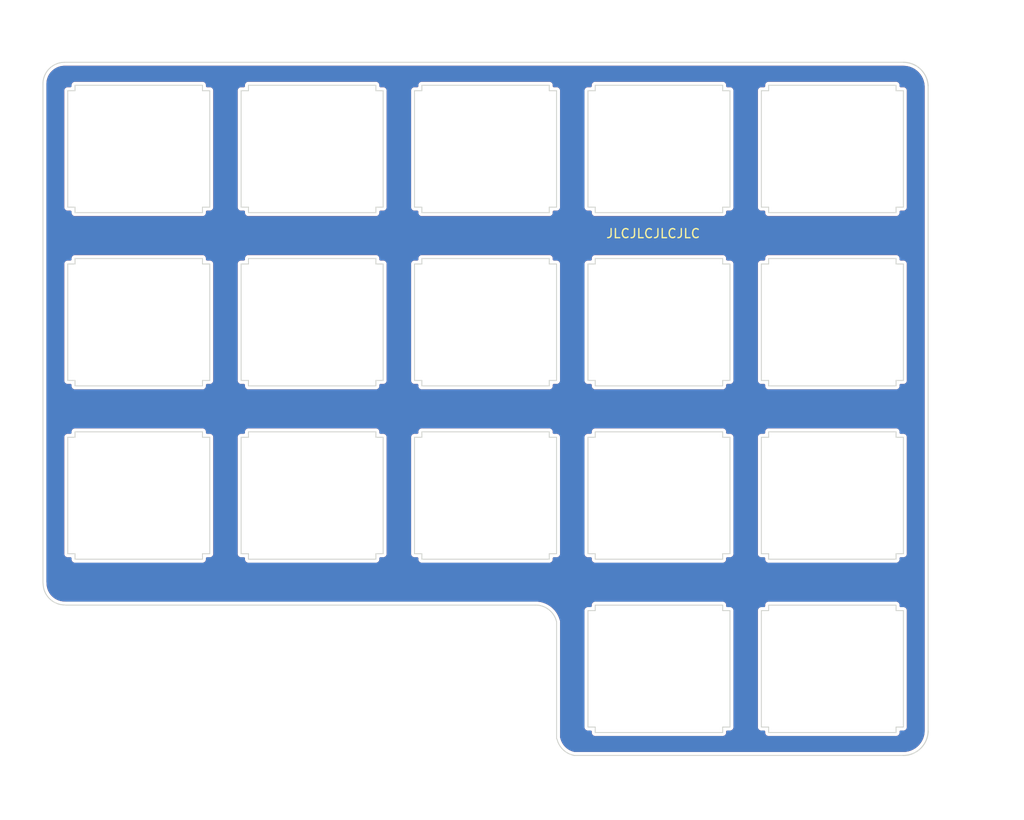
<source format=kicad_pcb>
(kicad_pcb (version 20211014) (generator pcbnew)
  (layers (0 "F.Cu" signal) (31 "B.Cu" signal) (34 "B.Paste" user) (35 "F.Paste" user) (36 "B.SilkS" user "B.Silkscreen") (37 "F.SilkS" user "F.Silkscreen") (38 "B.Mask" user) (39 "F.Mask" user) (44 "Edge.Cuts" user))
  (net 0 "")
  (net 1 "GND")
  (footprint "locallib:Outline" (layer "F.Cu") (at 151.003 105.41)
    (fp_text reference "p1")
    (fp_text value "Plate")
    (fp_line (start 42.6897 -21.35) (end 42.6897 -21.9493) (layer "Edge.Cuts") (width 0.1))
    (fp_line (start -29.2603 -34.7499) (end -29.2603 -21.9493) (layer "Edge.Cuts") (width 0.1))
    (fp_line (start 43.4891 22.4001) (end 42.6897 22.4001) (layer "Edge.Cuts") (width 0.1))
    (fp_line (start 28.6904 2.7507) (end 28.6904 3.3501) (layer "Edge.Cuts") (width 0.1))
    (fp_line (start 7.383815 38.327708) (end 7.200535 38.291879) (layer "Edge.Cuts") (width 0.1))
    (fp_line (start 5.33832 23.431557) (end 5.389308 23.612077) (layer "Edge.Cuts") (width 0.1))
    (fp_line (start 8.8396 -15.6999) (end 8.8396 -2.8993) (layer "Edge.Cuts") (width 0.1))
    (fp_line (start -49.89921 -37.5238) (end -49.7366 -37.6148) (layer "Edge.Cuts") (width 0.1))
    (fp_line (start -28.4597 2.7507) (end -28.4597 3.3501) (layer "Edge.Cuts") (width 0.1))
    (fp_line (start 5.0007 22.768717) (end 5.104053 22.924437) (layer "Edge.Cuts") (width 0.1))
    (fp_line (start -48.65484 -37.8751) (end 43.4891 -37.8751) (layer "Edge.Cuts") (width 0.1))
    (fp_line (start -50.05355 -37.4204) (end -49.89921 -37.5238) (layer "Edge.Cuts") (width 0.1))
    (fp_line (start -49.56573 -37.6935) (end -49.39071 -37.758) (layer "Edge.Cuts") (width 0.1))
    (fp_line (start -28.4597 -35.3493) (end -28.4597 -34.7499) (layer "Edge.Cuts") (width 0.1))
    (fp_line (start 6.358555 37.901892) (end 6.211102 37.786139) (layer "Edge.Cuts") (width 0.1))
    (fp_line (start 42.6897 -21.9493) (end 43.4891 -21.9493) (layer "Edge.Cuts") (width 0.1))
    (fp_line (start -29.2603 16.1507) (end -28.4597 16.1507) (layer "Edge.Cuts") (width 0.1))
    (fp_line (start 46.213485 -35.3493) (end 46.213485 35.80013) (layer "Edge.Cuts") (width 0.1))
    (fp_line (start -14.4603 16.7501) (end -14.4603 16.1507) (layer "Edge.Cuts") (width 0.1))
    (fp_line (start -9.4096 2.7507) (end -9.4096 3.3501) (layer "Edge.Cuts") (width 0.1))
    (fp_line (start -13.6595 -2.8993) (end -13.6595 -15.6999) (layer "Edge.Cuts") (width 0.1))
    (fp_line (start 28.6904 16.7501) (end 42.6897 16.7501) (layer "Edge.Cuts") (width 0.1))
    (fp_line (start 42.6897 35.20068) (end 43.4891 35.20068) (layer "Edge.Cuts") (width 0.1))
    (fp_line (start -48.824587 21.772648) (end -49.010627 21.750599) (layer "Edge.Cuts") (width 0.1))
    (fp_line (start 28.6904 -2.3) (end 42.6897 -2.3) (layer "Edge.Cuts") (width 0.1))
    (fp_line (start -50.337429 -37.1766) (end -50.201003 -37.3047) (layer "Edge.Cuts") (width 0.1))
    (fp_line (start 5.3905 -15.6999) (end 4.5897 -15.6999) (layer "Edge.Cuts") (width 0.1))
    (fp_line (start -49.39071 -37.758) (end -49.21157 -37.8092) (layer "Edge.Cuts") (width 0.1))
    (fp_line (start -50.58134 -36.8927) (end -50.465586 -37.0401) (layer "Edge.Cuts") (width 0.1))
    (fp_line (start -14.4603 -2.8993) (end -13.6595 -2.8993) (layer "Edge.Cuts") (width 0.1))
    (fp_line (start -28.4597 -21.35) (end -14.4603 -21.35) (layer "Edge.Cuts") (width 0.1))
    (fp_line (start 23.6397 -35.3493) (end 9.6404 -35.3493) (layer "Edge.Cuts") (width 0.1))
    (fp_line (start -49.373047 21.663782) (end -49.548067 21.597637) (layer "Edge.Cuts") (width 0.1))
    (fp_line (start -49.010627 21.750599) (end -49.193907 21.71477) (layer "Edge.Cuts") (width 0.1))
    (fp_line (start 23.6397 35.20068) (end 24.4405 35.20068) (layer "Edge.Cuts") (width 0.1))
    (fp_line (start 23.6397 16.7501) (end 23.6397 16.1507) (layer "Edge.Cuts") (width 0.1))
    (fp_line (start 9.6404 -21.35) (end 23.6397 -21.35) (layer "Edge.Cuts") (width 0.1))
    (fp_line (start 9.6404 2.7507) (end 9.6404 3.3501) (layer "Edge.Cuts") (width 0.1))
    (fp_line (start 3.26161 21.794443) (end 3.44765 21.816492) (layer "Edge.Cuts") (width 0.1))
    (fp_line (start -47.5097 3.3501) (end -48.31033 3.3501) (layer "Edge.Cuts") (width 0.1))
    (fp_line (start 3.98509 21.969454) (end 4.15596 22.046625) (layer "Edge.Cuts") (width 0.1))
    (fp_line (start -9.4096 -34.7499) (end -10.2104 -34.7499) (layer "Edge.Cuts") (width 0.1))
    (fp_line (start 5.273552 23.256547) (end 5.33832 23.431557) (layer "Edge.Cuts") (width 0.1))
    (fp_line (start -49.7366 -37.6148) (end -49.56573 -37.6935) (layer "Edge.Cuts") (width 0.1))
    (fp_line (start 23.6397 35.80013) (end 23.6397 35.20068) (layer "Edge.Cuts") (width 0.1))
    (fp_line (start 4.5897 -21.9493) (end 5.3905 -21.9493) (layer "Edge.Cuts") (width 0.1))
    (fp_line (start 6.074676 37.659358) (end 5.946519 37.522935) (layer "Edge.Cuts") (width 0.1))
    (fp_line (start 5.830765 37.375483) (end 5.727412 37.219763) (layer "Edge.Cuts") (width 0.1))
    (fp_line (start -9.4096 -2.8993) (end -9.4096 -2.3) (layer "Edge.Cuts") (width 0.1))
    (fp_line (start 4.47291 22.242308) (end 4.620363 22.358061) (layer "Edge.Cuts") (width 0.1))
    (fp_line (start 28.6904 -15.6999) (end 27.8896 -15.6999) (layer "Edge.Cuts") (width 0.1))
    (fp_line (start 8.8396 -34.7499) (end 8.8396 -21.9493) (layer "Edge.Cuts") (width 0.1))
    (fp_line (start 27.8896 -2.8993) (end 28.6904 -2.8993) (layer "Edge.Cuts") (width 0.1))
    (fp_line (start 42.6897 35.80013) (end 42.6897 35.20068) (layer "Edge.Cuts") (width 0.1))
    (fp_line (start -13.6595 -34.7499) (end -14.4603 -34.7499) (layer "Edge.Cuts") (width 0.1))
    (fp_line (start 4.5897 -2.3) (end 4.5897 -2.8993) (layer "Edge.Cuts") (width 0.1))
    (fp_line (start -28.4597 -34.7499) (end -29.2603 -34.7499) (layer "Edge.Cuts") (width 0.1))
    (fp_line (start 4.884946 22.621265) (end 5.0007 22.768717) (layer "Edge.Cuts") (width 0.1))
    (fp_line (start -14.4603 -21.9493) (end -13.6595 -21.9493) (layer "Edge.Cuts") (width 0.1))
    (fp_line (start 28.6904 22.4001) (end 27.8896 22.4001) (layer "Edge.Cuts") (width 0.1))
    (fp_line (start 24.4405 -34.7499) (end 23.6397 -34.7499) (layer "Edge.Cuts") (width 0.1))
    (fp_line (start -10.2104 -15.6999) (end -10.2104 -2.8993) (layer "Edge.Cuts") (width 0.1))
    (fp_line (start -50.18334 21.20903) (end -50.319766 21.082249) (layer "Edge.Cuts") (width 0.1))
    (fp_line (start 23.6397 -2.3) (end 23.6397 -2.8993) (layer "Edge.Cuts") (width 0.1))
    (fp_line (start -9.4096 -35.3493) (end -9.4096 -34.7499) (layer "Edge.Cuts") (width 0.1))
    (fp_line (start 9.6404 3.3501) (end 8.8396 3.3501) (layer "Edge.Cuts") (width 0.1))
    (fp_line (start 8.8396 16.1507) (end 9.6404 16.1507) (layer "Edge.Cuts") (width 0.1))
    (fp_line (start 4.5897 16.7501) (end 4.5897 16.1507) (layer "Edge.Cuts") (width 0.1))
    (fp_line (start -33.5102 -15.6999) (end -33.5102 -16.2993) (layer "Edge.Cuts") (width 0.1))
    (fp_line (start 42.6897 -35.3493) (end 28.6904 -35.3493) (layer "Edge.Cuts") (width 0.1))
    (fp_line (start -32.7096 3.3501) (end -33.5102 3.3501) (layer "Edge.Cuts") (width 0.1))
    (fp_line (start -50.91896 -36.2298) (end -50.854192 -36.4051) (layer "Edge.Cuts") (width 0.1))
    (fp_line (start -47.5097 -34.7499) (end -48.31033 -34.7499) (layer "Edge.Cuts") (width 0.1))
    (fp_line (start -50.988113 19.771734) (end -51.010162 19.585704) (layer "Edge.Cuts") (width 0.1))
    (fp_line (start -29.2603 -2.8993) (end -28.4597 -2.8993) (layer "Edge.Cuts") (width 0.1))
    (fp_line (start -28.4597 16.1507) (end -28.4597 16.7501) (layer "Edge.Cuts") (width 0.1))
    (fp_line (start 27.8896 35.20068) (end 28.6904 35.20068) (layer "Edge.Cuts") (width 0.1))
    (fp_line (start 9.6404 -15.6999) (end 8.8396 -15.6999) (layer "Edge.Cuts") (width 0.1))
    (fp_line (start 43.4891 -2.8993) (end 43.4891 -15.6999) (layer "Edge.Cuts") (width 0.1))
    (fp_line (start 4.756789 22.484842) (end 4.884946 22.621265) (layer "Edge.Cuts") (width 0.1))
    (fp_line (start 28.6904 -21.35) (end 42.6897 -21.35) (layer "Edge.Cuts") (width 0.1))
    (fp_line (start -9.4096 -21.35) (end 4.5897 -21.35) (layer "Edge.Cuts") (width 0.1))
    (fp_line (start -14.4603 -15.6999) (end -14.4603 -16.2993) (layer "Edge.Cuts") (width 0.1))
    (fp_line (start 5.195003 23.087047) (end 5.273552 23.256547) (layer "Edge.Cuts") (width 0.1))
    (fp_line (start 43.4891 3.3501) (end 42.6897 3.3501) (layer "Edge.Cuts") (width 0.1))
    (fp_line (start -48.31033 -15.6999) (end -48.31033 -2.8993) (layer "Edge.Cuts") (width 0.1))
    (fp_line (start -51.034715 -35.4939) (end -51.027825 -35.6816) (layer "Edge.Cuts") (width 0.1))
    (fp_line (start -29.2603 3.3501) (end -29.2603 16.1507) (layer "Edge.Cuts") (width 0.1))
    (fp_line (start 43.4891 -34.7499) (end 42.6897 -34.7499) (layer "Edge.Cuts") (width 0.1))
    (fp_line (start 42.6897 3.3501) (end 42.6897 2.7507) (layer "Edge.Cuts") (width 0.1))
    (fp_line (start 7.021395 38.240891) (end 6.846375 38.174746) (layer "Edge.Cuts") (width 0.1))
    (fp_line (start 5.3905 -34.7499) (end 4.5897 -34.7499) (layer "Edge.Cuts") (width 0.1))
    (fp_line (start 7.200535 38.291879) (end 7.021395 38.240891) (layer "Edge.Cuts") (width 0.1))
    (fp_line (start -33.5102 3.3501) (end -33.5102 2.7507) (layer "Edge.Cuts") (width 0.1))
    (fp_line (start 24.4405 35.20068) (end 24.4405 22.4001) (layer "Edge.Cuts") (width 0.1))
    (fp_line (start 4.5897 -34.7499) (end 4.5897 -35.3493) (layer "Edge.Cuts") (width 0.1))
    (fp_line (start 42.6897 2.7507) (end 28.6904 2.7507) (layer "Edge.Cuts") (width 0.1))
    (fp_line (start -50.969948 -36.0509) (end -50.91896 -36.2298) (layer "Edge.Cuts") (width 0.1))
    (fp_line (start -51.027825 -35.6816) (end -51.005776 -35.8675) (layer "Edge.Cuts") (width 0.1))
    (fp_line (start -14.4603 -21.35) (end -14.4603 -21.9493) (layer "Edge.Cuts") (width 0.1))
    (fp_line (start 43.4891 38.3221) (end 7.2742 38.3221) (layer "Edge.Cuts") (width 0.1))
    (fp_line (start 24.4405 3.3501) (end 23.6397 3.3501) (layer "Edge.Cuts") (width 0.1))
    (fp_line (start -49.548067 21.597637) (end -49.718937 21.520466) (layer "Edge.Cuts") (width 0.1))
    (fp_line (start -33.5102 -21.9493) (end -32.7096 -21.9493) (layer "Edge.Cuts") (width 0.1))
    (fp_line (start -13.6595 16.1507) (end -13.6595 3.3501) (layer "Edge.Cuts") (width 0.1))
    (fp_line (start 42.6897 -2.3) (end 42.6897 -2.8993) (layer "Edge.Cuts") (width 0.1))
    (fp_line (start 43.4891 16.1507) (end 43.4891 3.3501) (layer "Edge.Cuts") (width 0.1))
    (fp_line (start -47.5097 -16.2993) (end -47.5097 -15.6999) (layer "Edge.Cuts") (width 0.1))
    (fp_line (start 4.5897 3.3501) (end 4.5897 2.7507) (layer "Edge.Cuts") (width 0.1))
    (fp_line (start 9.6404 -21.9493) (end 9.6404 -21.35) (layer "Edge.Cuts") (width 0.1))
    (fp_line (start -49.21157 -37.8092) (end -49.02829 -37.8452) (layer "Edge.Cuts") (width 0.1))
    (fp_line (start 5.3942 36.4921) (end 5.3942 23.6021) (layer "Edge.Cuts") (width 0.1))
    (fp_line (start 23.6397 -2.8993) (end 24.4405 -2.8993) (layer "Edge.Cuts") (width 0.1))
    (fp_line (start -29.2603 -15.6999) (end -29.2603 -2.8993) (layer "Edge.Cuts") (width 0.1))
    (fp_line (start -13.6595 3.3501) (end -14.4603 3.3501) (layer "Edge.Cuts") (width 0.1))
    (fp_line (start 9.6404 35.20068) (end 9.6404 35.80013) (layer "Edge.Cuts") (width 0.1))
    (fp_line (start 4.5897 -35.3493) (end -9.4096 -35.3493) (layer "Edge.Cuts") (width 0.1))
    (fp_line (start 5.3905 16.1507) (end 5.3905 3.3501) (layer "Edge.Cuts") (width 0.1))
    (fp_line (start -33.5102 -16.2993) (end -47.5097 -16.2993) (layer "Edge.Cuts") (width 0.1))
    (fp_line (start -33.5102 -21.35) (end -33.5102 -21.9493) (layer "Edge.Cuts") (width 0.1))
    (fp_line (start 5.557913 36.887653) (end 5.493145 36.712643) (layer "Edge.Cuts") (width 0.1))
    (fp_line (start 5.3905 -2.8993) (end 5.3905 -15.6999) (layer "Edge.Cuts") (width 0.1))
    (fp_line (start -50.836529 20.310544) (end -50.901297 20.135534) (layer "Edge.Cuts") (width 0.1))
    (fp_line (start 5.3905 -21.9493) (end 5.3905 -34.7499) (layer "Edge.Cuts") (width 0.1))
    (fp_line (start 28.6904 -35.3493) (end 28.6904 -34.7499) (layer "Edge.Cuts") (width 0.1))
    (fp_line (start 9.6404 16.1507) (end 9.6404 16.7501) (layer "Edge.Cuts") (width 0.1))
    (fp_line (start 23.6397 -21.35) (end 23.6397 -21.9493) (layer "Edge.Cuts") (width 0.1))
    (fp_line (start -9.4096 -2.3) (end 4.5897 -2.3) (layer "Edge.Cuts") (width 0.1))
    (fp_line (start -47.5097 16.1507) (end -47.5097 16.7501) (layer "Edge.Cuts") (width 0.1))
    (fp_line (start 24.4405 16.1507) (end 24.4405 3.3501) (layer "Edge.Cuts") (width 0.1))
    (fp_line (start 8.8396 22.4001) (end 8.8396 35.20068) (layer "Edge.Cuts") (width 0.1))
    (fp_line (start 6.512895 38.006625) (end 6.358555 37.901892) (layer "Edge.Cuts") (width 0.1))
    (fp_line (start 23.6397 21.8006) (end 9.6404 21.8006) (layer "Edge.Cuts") (width 0.1))
    (fp_line (start -50.035887 21.324783) (end -50.18334 21.20903) (layer "Edge.Cuts") (width 0.1))
    (fp_line (start -32.7096 -2.8993) (end -32.7096 -15.6999) (layer "Edge.Cuts") (width 0.1))
    (fp_line (start -33.5102 -34.7499) (end -33.5102 -35.3493) (layer "Edge.Cuts") (width 0.1))
    (fp_line (start -32.7096 -21.9493) (end -32.7096 -34.7499) (layer "Edge.Cuts") (width 0.1))
    (fp_line (start 23.6397 -21.9493) (end 24.4405 -21.9493) (layer "Edge.Cuts") (width 0.1))
    (fp_line (start 9.6404 -2.8993) (end 9.6404 -2.3) (layer "Edge.Cuts") (width 0.1))
    (fp_line (start -28.4597 -2.3) (end -14.4603 -2.3) (layer "Edge.Cuts") (width 0.1))
    (fp_line (start -9.4096 -16.2993) (end -9.4096 -15.6999) (layer "Edge.Cuts") (width 0.1))
    (fp_line (start 42.6897 22.4001) (end 42.6897 21.8006) (layer "Edge.Cuts") (width 0.1))
    (fp_line (start 3.63093 21.852321) (end 3.81007 21.903309) (layer "Edge.Cuts") (width 0.1))
    (fp_line (start 28.6904 -2.8993) (end 28.6904 -2.3) (layer "Edge.Cuts") (width 0.1))
    (fp_line (start -14.4603 -35.3493) (end -28.4597 -35.3493) (layer "Edge.Cuts") (width 0.1))
    (fp_line (start 27.8896 -15.6999) (end 27.8896 -2.8993) (layer "Edge.Cuts") (width 0.1))
    (fp_line (start -50.854192 -36.4051) (end -50.775643 -36.5759) (layer "Edge.Cuts") (width 0.1))
    (fp_line (start 8.8396 -2.8993) (end 9.6404 -2.8993) (layer "Edge.Cuts") (width 0.1))
    (fp_line (start -47.5097 -2.8993) (end -47.5097 -2.3) (layer "Edge.Cuts") (width 0.1))
    (fp_line (start 28.6904 21.8006) (end 28.6904 22.4001) (layer "Edge.Cuts") (width 0.1))
    (fp_line (start 23.6397 -34.7499) (end 23.6397 -35.3493) (layer "Edge.Cuts") (width 0.1))
    (fp_line (start -50.319766 21.082249) (end -50.447923 20.945826) (layer "Edge.Cuts") (width 0.1))
    (fp_line (start -48.31033 16.1507) (end -47.5097 16.1507) (layer "Edge.Cuts") (width 0.1))
    (fp_line (start 9.6404 22.4001) (end 8.8396 22.4001) (layer "Edge.Cuts") (width 0.1))
    (fp_line (start -32.7096 -15.6999) (end -33.5102 -15.6999) (layer "Edge.Cuts") (width 0.1))
    (fp_line (start 28.6904 -21.9493) (end 28.6904 -21.35) (layer "Edge.Cuts") (width 0.1))
    (fp_line (start 9.6404 -34.7499) (end 8.8396 -34.7499) (layer "Edge.Cuts") (width 0.1))
    (fp_line (start -9.4096 3.3501) (end -10.2104 3.3501) (layer "Edge.Cuts") (width 0.1))
    (fp_line (start -50.465586 -37.0401) (end -50.337429 -37.1766) (layer "Edge.Cuts") (width 0.1))
    (fp_line (start -9.4096 16.7501) (end 4.5897 16.7501) (layer "Edge.Cuts") (width 0.1))
    (fp_line (start -28.4597 3.3501) (end -29.2603 3.3501) (layer "Edge.Cuts") (width 0.1))
    (fp_line (start -47.5097 -35.3493) (end -47.5097 -34.7499) (layer "Edge.Cuts") (width 0.1))
    (fp_line (start 4.5897 -2.8993) (end 5.3905 -2.8993) (layer "Edge.Cuts") (width 0.1))
    (fp_line (start 9.6404 -35.3493) (end 9.6404 -34.7499) (layer "Edge.Cuts") (width 0.1))
    (fp_line (start 28.6904 35.20068) (end 28.6904 35.80013) (layer "Edge.Cuts") (width 0.1))
    (fp_line (start -29.2603 -21.9493) (end -28.4597 -21.9493) (layer "Edge.Cuts") (width 0.1))
    (fp_line (start -10.2104 16.1507) (end -9.4096 16.1507) (layer "Edge.Cuts") (width 0.1))
    (fp_line (start 23.6397 22.4001) (end 23.6397 21.8006) (layer "Edge.Cuts") (width 0.1))
    (fp_line (start 28.6904 16.1507) (end 28.6904 16.7501) (layer "Edge.Cuts") (width 0.1))
    (fp_line (start 6.675505 38.097575) (end 6.512895 38.006625) (layer "Edge.Cuts") (width 0.1))
    (fp_line (start -49.718937 21.520466) (end -49.881547 21.429516) (layer "Edge.Cuts") (width 0.1))
    (fp_line (start -14.4603 -34.7499) (end -14.4603 -35.3493) (layer "Edge.Cuts") (width 0.1))
    (fp_line (start -50.901297 20.135534) (end -50.952285 19.955014) (layer "Edge.Cuts") (width 0.1))
    (fp_line (start 27.8896 -21.9493) (end 28.6904 -21.9493) (layer "Edge.Cuts") (width 0.1))
    (fp_line (start 5.727412 37.219763) (end 5.636462 37.057153) (layer "Edge.Cuts") (width 0.1))
    (fp_line (start 8.8396 3.3501) (end 8.8396 16.1507) (layer "Edge.Cuts") (width 0.1))
    (fp_line (start -47.5097 -21.9493) (end -47.5097 -21.35) (layer "Edge.Cuts") (width 0.1))
    (fp_line (start 9.6404 -2.3) (end 23.6397 -2.3) (layer "Edge.Cuts") (width 0.1))
    (fp_line (start 23.6397 -15.6999) (end 23.6397 -16.2993) (layer "Edge.Cuts") (width 0.1))
    (fp_line (start 42.6897 16.1507) (end 43.4891 16.1507) (layer "Edge.Cuts") (width 0.1))
    (fp_line (start 3.0742 21.787553) (end 3.26161 21.794443) (layer "Edge.Cuts") (width 0.1))
    (fp_line (start 23.6397 16.1507) (end 24.4405 16.1507) (layer "Edge.Cuts") (width 0.1))
    (fp_line (start 4.5897 -16.2993) (end -9.4096 -16.2993) (layer "Edge.Cuts") (width 0.1))
    (fp_line (start -51.034715 19.3821) (end -51.034715 -35.4939) (layer "Edge.Cuts") (width 0.1))
    (fp_line (start 5.104053 22.924437) (end 5.195003 23.087047) (layer "Edge.Cuts") (width 0.1))
    (fp_line (start -50.201003 -37.3047) (end -50.05355 -37.4204) (layer "Edge.Cuts") (width 0.1))
    (fp_line (start -9.4096 -21.9493) (end -9.4096 -21.35) (layer "Edge.Cuts") (width 0.1))
    (fp_line (start 27.8896 22.4001) (end 27.8896 35.20068) (layer "Edge.Cuts") (width 0.1))
    (fp_line (start 42.6897 -16.2993) (end 28.6904 -16.2993) (layer "Edge.Cuts") (width 0.1))
    (fp_line (start -10.2104 -34.7499) (end -10.2104 -21.9493) (layer "Edge.Cuts") (width 0.1))
    (fp_line (start -9.4096 -15.6999) (end -10.2104 -15.6999) (layer "Edge.Cuts") (width 0.1))
    (fp_line (start 9.6404 21.8006) (end 9.6404 22.4001) (layer "Edge.Cuts") (width 0.1))
    (fp_line (start 6.211102 37.786139) (end 6.074676 37.659358) (layer "Edge.Cuts") (width 0.1))
    (fp_line (start -13.6595 -21.9493) (end -13.6595 -34.7499) (layer "Edge.Cuts") (width 0.1))
    (fp_line (start -28.4597 -21.9493) (end -28.4597 -21.35) (layer "Edge.Cuts") (width 0.1))
    (fp_line (start 28.6904 -34.7499) (end 27.8896 -34.7499) (layer "Edge.Cuts") (width 0.1))
    (fp_line (start -49.881547 21.429516) (end -50.035887 21.324783) (layer "Edge.Cuts") (width 0.1))
    (fp_line (start -33.5102 -2.8993) (end -32.7096 -2.8993) (layer "Edge.Cuts") (width 0.1))
    (fp_line (start 28.6904 35.80013) (end 42.6897 35.80013) (layer "Edge.Cuts") (width 0.1))
    (fp_line (start -49.02829 -37.8452) (end -48.84225 -37.867) (layer "Edge.Cuts") (width 0.1))
    (fp_line (start 28.6904 -16.2993) (end 28.6904 -15.6999) (layer "Edge.Cuts") (width 0.1))
    (fp_line (start -47.5097 -15.6999) (end -48.31033 -15.6999) (layer "Edge.Cuts") (width 0.1))
    (fp_line (start -48.31033 -21.9493) (end -47.5097 -21.9493) (layer "Edge.Cuts") (width 0.1))
    (fp_line (start 8.8396 -21.9493) (end 9.6404 -21.9493) (layer "Edge.Cuts") (width 0.1))
    (fp_line (start -48.31033 -2.8993) (end -47.5097 -2.8993) (layer "Edge.Cuts") (width 0.1))
    (fp_line (start 4.5897 2.7507) (end -9.4096 2.7507) (layer "Edge.Cuts") (width 0.1))
    (fp_line (start -51.010162 19.585704) (end -51.01843 19.399664) (layer "Edge.Cuts") (width 0.1))
    (fp_line (start 4.620363 22.358061) (end 4.756789 22.484842) (layer "Edge.Cuts") (width 0.1))
    (fp_line (start -33.5102 16.1507) (end -32.7096 16.1507) (layer "Edge.Cuts") (width 0.1))
    (fp_line (start 42.6897 16.7501) (end 42.6897 16.1507) (layer "Edge.Cuts") (width 0.1))
    (fp_line (start -14.4603 16.1507) (end -13.6595 16.1507) (layer "Edge.Cuts") (width 0.1))
    (fp_line (start -10.2104 -21.9493) (end -9.4096 -21.9493) (layer "Edge.Cuts") (width 0.1))
    (fp_line (start 9.6404 16.7501) (end 23.6397 16.7501) (layer "Edge.Cuts") (width 0.1))
    (fp_line (start -32.7096 16.1507) (end -32.7096 3.3501) (layer "Edge.Cuts") (width 0.1))
    (fp_line (start -28.4597 -2.8993) (end -28.4597 -2.3) (layer "Edge.Cuts") (width 0.1))
    (fp_line (start -51.005776 -35.8675) (end -50.969948 -36.0509) (layer "Edge.Cuts") (width 0.1))
    (fp_line (start 24.4405 -2.8993) (end 24.4405 -15.6999) (layer "Edge.Cuts") (width 0.1))
    (fp_line (start -50.563677 20.798374) (end -50.66703 20.642654) (layer "Edge.Cuts") (width 0.1))
    (fp_line (start 28.6904 3.3501) (end 27.8896 3.3501) (layer "Edge.Cuts") (width 0.1))
    (fp_line (start 4.15596 22.046625) (end 4.31857 22.137575) (layer "Edge.Cuts") (width 0.1))
    (fp_line (start 5.946519 37.522935) (end 5.830765 37.375483) (layer "Edge.Cuts") (width 0.1))
    (fp_line (start 43.4891 -15.6999) (end 42.6897 -15.6999) (layer "Edge.Cuts") (width 0.1))
    (fp_line (start 24.4405 -21.9493) (end 24.4405 -34.7499) (layer "Edge.Cuts") (width 0.1))
    (fp_line (start -28.4597 -16.2993) (end -28.4597 -15.6999) (layer "Edge.Cuts") (width 0.1))
    (fp_line (start -10.2104 3.3501) (end -10.2104 16.1507) (layer "Edge.Cuts") (width 0.1))
    (fp_line (start 4.5897 -15.6999) (end 4.5897 -16.2993) (layer "Edge.Cuts") (width 0.1))
    (fp_line (start -48.84225 -37.867) (end -48.65484 -37.8751) (layer "Edge.Cuts") (width 0.1))
    (fp_line (start -28.4597 16.7501) (end -14.4603 16.7501) (layer "Edge.Cuts") (width 0.1))
    (fp_line (start 9.6404 -16.2993) (end 9.6404 -15.6999) (layer "Edge.Cuts") (width 0.1))
    (fp_line (start 5.3905 3.3501) (end 4.5897 3.3501) (layer "Edge.Cuts") (width 0.1))
    (fp_line (start 4.5897 16.1507) (end 5.3905 16.1507) (layer "Edge.Cuts") (width 0.1))
    (fp_line (start 24.4405 -15.6999) (end 23.6397 -15.6999) (layer "Edge.Cuts") (width 0.1))
    (fp_line (start 9.6404 35.80013) (end 23.6397 35.80013) (layer "Edge.Cuts") (width 0.1))
    (fp_line (start 24.4405 22.4001) (end 23.6397 22.4001) (layer "Edge.Cuts") (width 0.1))
    (fp_line (start 43.4891 -21.9493) (end 43.4891 -34.7499) (layer "Edge.Cuts") (width 0.1))
    (fp_line (start -48.637177 21.779538) (end -48.824587 21.772648) (layer "Edge.Cuts") (width 0.1))
    (fp_line (start 42.6897 -2.8993) (end 43.4891 -2.8993) (layer "Edge.Cuts") (width 0.1))
    (fp_line (start -50.447923 20.945826) (end -50.563677 20.798374) (layer "Edge.Cuts") (width 0.1))
    (fp_line (start 3.0742 21.7921) (end -48.5658 21.7921) (layer "Edge.Cuts") (width 0.1))
    (fp_line (start -14.4603 -2.3) (end -14.4603 -2.8993) (layer "Edge.Cuts") (width 0.1))
    (fp_line (start -47.5097 -2.3) (end -33.5102 -2.3) (layer "Edge.Cuts") (width 0.1))
    (fp_line (start 23.6397 3.3501) (end 23.6397 2.7507) (layer "Edge.Cuts") (width 0.1))
    (fp_line (start -9.4096 16.1507) (end -9.4096 16.7501) (layer "Edge.Cuts") (width 0.1))
    (fp_line (start 6.846375 38.174746) (end 6.675505 38.097575) (layer "Edge.Cuts") (width 0.1))
    (fp_line (start 43.4891 35.20068) (end 43.4891 22.4001) (layer "Edge.Cuts") (width 0.1))
    (fp_line (start -33.5102 2.7507) (end -47.5097 2.7507) (layer "Edge.Cuts") (width 0.1))
    (fp_line (start -33.5102 16.7501) (end -33.5102 16.1507) (layer "Edge.Cuts") (width 0.1))
    (fp_line (start 5.636462 37.057153) (end 5.557913 36.887653) (layer "Edge.Cuts") (width 0.1))
    (fp_line (start -47.5097 -21.35) (end -33.5102 -21.35) (layer "Edge.Cuts") (width 0.1))
    (fp_line (start -50.775643 -36.5759) (end -50.684693 -36.7385) (layer "Edge.Cuts") (width 0.1))
    (fp_line (start -13.6595 -15.6999) (end -14.4603 -15.6999) (layer "Edge.Cuts") (width 0.1))
    (fp_line (start -50.684693 -36.7385) (end -50.58134 -36.8927) (layer "Edge.Cuts") (width 0.1))
    (fp_line (start -10.2104 -2.8993) (end -9.4096 -2.8993) (layer "Edge.Cuts") (width 0.1))
    (fp_line (start 27.8896 3.3501) (end 27.8896 16.1507) (layer "Edge.Cuts") (width 0.1))
    (fp_line (start 23.6397 2.7507) (end 9.6404 2.7507) (layer "Edge.Cuts") (width 0.1))
    (fp_line (start 5.493145 36.712643) (end 5.442157 36.532123) (layer "Edge.Cuts") (width 0.1))
    (fp_line (start -14.4603 2.7507) (end -28.4597 2.7507) (layer "Edge.Cuts") (width 0.1))
    (fp_line (start 4.5897 -21.35) (end 4.5897 -21.9493) (layer "Edge.Cuts") (width 0.1))
    (fp_line (start 4.31857 22.137575) (end 4.47291 22.242308) (layer "Edge.Cuts") (width 0.1))
    (fp_line (start -50.952285 19.955014) (end -50.988113 19.771734) (layer "Edge.Cuts") (width 0.1))
    (fp_line (start -33.5102 -35.3493) (end -47.5097 -35.3493) (layer "Edge.Cuts") (width 0.1))
    (fp_line (start 8.8396 35.20068) (end 9.6404 35.20068) (layer "Edge.Cuts") (width 0.1))
    (fp_line (start 3.81007 21.903309) (end 3.98509 21.969454) (layer "Edge.Cuts") (width 0.1))
    (fp_line (start -48.31033 -34.7499) (end -48.31033 -21.9493) (layer "Edge.Cuts") (width 0.1))
    (fp_line (start -47.5097 16.7501) (end -33.5102 16.7501) (layer "Edge.Cuts") (width 0.1))
    (fp_line (start -47.5097 2.7507) (end -47.5097 3.3501) (layer "Edge.Cuts") (width 0.1))
    (fp_line (start -32.7096 -34.7499) (end -33.5102 -34.7499) (layer "Edge.Cuts") (width 0.1))
    (fp_line (start -33.5102 -2.3) (end -33.5102 -2.8993) (layer "Edge.Cuts") (width 0.1))
    (fp_line (start 3.44765 21.816492) (end 3.63093 21.852321) (layer "Edge.Cuts") (width 0.1))
    (fp_line (start 27.8896 -34.7499) (end 27.8896 -21.9493) (layer "Edge.Cuts") (width 0.1))
    (fp_line (start -14.4603 3.3501) (end -14.4603 2.7507) (layer "Edge.Cuts") (width 0.1))
    (fp_line (start -48.31033 3.3501) (end -48.31033 16.1507) (layer "Edge.Cuts") (width 0.1))
    (fp_line (start -49.193907 21.71477) (end -49.373047 21.663782) (layer "Edge.Cuts") (width 0.1))
    (fp_line (start -50.75798 20.480044) (end -50.836529 20.310544) (layer "Edge.Cuts") (width 0.1))
    (fp_line (start -50.66703 20.642654) (end -50.75798 20.480044) (layer "Edge.Cuts") (width 0.1))
    (fp_line (start 42.6897 21.8006) (end 28.6904 21.8006) (layer "Edge.Cuts") (width 0.1))
    (fp_line (start 42.6897 -15.6999) (end 42.6897 -16.2993) (layer "Edge.Cuts") (width 0.1))
    (fp_line (start -28.4597 -15.6999) (end -29.2603 -15.6999) (layer "Edge.Cuts") (width 0.1))
    (fp_line (start -14.4603 -16.2993) (end -28.4597 -16.2993) (layer "Edge.Cuts") (width 0.1))
    (fp_line (start 23.6397 -16.2993) (end 9.6404 -16.2993) (layer "Edge.Cuts") (width 0.1))
    (fp_line (start 42.6897 -34.7499) (end 42.6897 -35.3493) (layer "Edge.Cuts") (width 0.1))
    (fp_line (start 27.8896 16.1507) (end 28.6904 16.1507) (layer "Edge.Cuts") (width 0.1))
    (fp_arc (start 46.214702 35.626409) (mid 45.394197 37.542095) (end 43.463518 38.326677) (layer "Edge.Cuts") (width 0.12))
    (fp_arc (start 43.503708 -37.873119) (mid 45.364371 -37.128095) (end 46.209167 -35.310537) (layer "Edge.Cuts") (width 0.12))
    (pad "1" smd circle (at -12.1158 -18.7479) (size 1.524 1.524) (layers "F.Cu") (net 1 "GND"))
    (pad "2" smd circle (at -12.1158 -18.7479) (size 1.524 1.524) (layers "B.Cu") (net 1 "GND"))
  )
  (gr_text "JLCJLCJLCJLC" (at 167.005 86.36) (layer "F.SilkS") (effects (font (size 1 1))))
  (zone (net 1) (net_name "GND") (layer "F.Cu") (connect_pads yes (clearance 0.381)) (min_thickness 0.254) (fill yes (thermal_gap 0.508) (thermal_bridge_width 0.508))
    (polygon (pts (xy 95.25 63.5) (xy 201.295 63.5) (xy 201.295 150.8125) (xy 95.25 150.8125)))
  )
  (zone (net 1) (net_name "GND") (layer "B.Cu") (connect_pads yes (clearance 0.381)) (min_thickness 0.254) (fill yes (thermal_gap 0.508) (thermal_bridge_width 0.508))
    (polygon (pts (xy 95.25 63.5) (xy 201.295 63.5) (xy 201.295 150.8125) (xy 95.25 150.8125)))
  )
)
</source>
